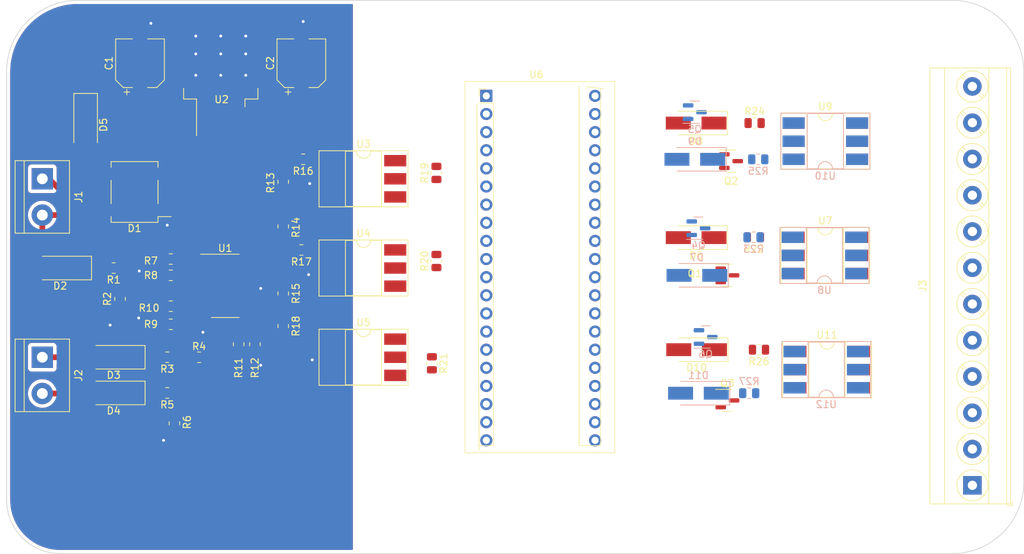
<source format=kicad_pcb>
(kicad_pcb (version 20211014) (generator pcbnew)
  (layers (0 "F.Cu" signal) (31 "B.Cu" signal) (34 "B.Paste" user) (35 "F.Paste" user) (36 "B.SilkS" user "B.Silkscreen") (37 "F.SilkS" user "F.Silkscreen") (38 "B.Mask" user) (39 "F.Mask" user) (44 "Edge.Cuts" user))
  (net 0 "")
  (net 1 "Net-(C1-Pad1)")
  (net 2 "GNDS")
  (net 3 "Net-(D1-Pad3)")
  (net 4 "PHASE_A")
  (net 5 "Net-(D2-Pad1)")
  (net 6 "PHASE_B")
  (net 7 "Net-(D3-Pad1)")
  (net 8 "NEUT")
  (net 9 "PHASE_C")
  (net 10 "Net-(D4-Pad1)")
  (net 11 "GATE_B1")
  (net 12 "Net-(D6-Pad1)")
  (net 13 "Net-(D7-Pad1)")
  (net 14 "Net-(D8-Pad1)")
  (net 15 "Net-(D9-Pad1)")
  (net 16 "GATE_B2")
  (net 17 "GATE_A1")
  (net 18 "Net-(D10-Pad1)")
  (net 19 "GATE_A2")
  (net 20 "GATE_C1")
  (net 21 "Net-(D11-Pad1)")
  (net 22 "GATE_C2")
  (net 23 "TRIAC_MODE")
  (net 24 "UNI_MODE")
  (net 25 "+3.3V")
  (net 26 "Net-(R1-Pad1)")
  (net 27 "Net-(R11-Pad1)")
  (net 28 "Net-(R3-Pad1)")
  (net 29 "Net-(R13-Pad1)")
  (net 30 "Net-(R14-Pad1)")
  (net 31 "Net-(R15-Pad1)")
  (net 32 "Net-(R5-Pad1)")
  (net 33 "GND")
  (net 34 "Net-(R7-Pad1)")
  (net 35 "VCC")
  (net 36 "Net-(R10-Pad2)")
  (net 39 "Net-(R16-Pad1)")
  (net 40 "Net-(R17-Pad1)")
  (net 41 "Net-(R18-Pad1)")
  (net 42 "ZCD_A")
  (net 43 "ZCD_B")
  (net 44 "ZCD_C")
  (net 45 "Net-(R22-Pad1)")
  (net 46 "Net-(R23-Pad1)")
  (net 47 "Net-(R24-Pad1)")
  (net 48 "Net-(R25-Pad1)")
  (net 49 "Net-(R26-Pad1)")
  (net 50 "Net-(R27-Pad1)")
  (net 85 "OUTB1_E")
  (net 86 "OUTB1_C")
  (net 89 "OUTB2_E")
  (net 90 "OUTB2_C")
  (net 93 "OUTA1_E")
  (net 94 "OUTA1_C")
  (net 97 "OUTA2_E")
  (net 98 "OUTA2_C")
  (net 101 "OUTC1_E")
  (net 102 "OUTC1_C")
  (net 105 "OUTC2_E")
  (net 106 "OUTC2_C")
  (footprint "Diode_SMD:D_SMA_Handsoldering" (layer "F.Cu") (at 169.164 91.44 180)
    (fp_text reference "D10")
    (fp_text value "1N4007")
  )
  (footprint "Package_DIP:DIP-6_W8.89mm_SMDSocket_LongPads" (layer "F.Cu") (at 122.5 67.5)
    (fp_text reference "U3")
    (fp_text value "4N35")
  )
  (footprint "Diode_SMD:D_SMA_Handsoldering" (layer "F.Cu") (at 169.1005 75.739904 180)
    (fp_text reference "D6")
    (fp_text value "1N4007")
  )
  (footprint "Resistor_SMD:R_0805_2012Metric" (layer "F.Cu") (at 113.792 77.47 180)
    (fp_text reference "R17")
    (fp_text value "2K2")
  )
  (footprint "Resistor_SMD:R_0805_2012Metric" (layer "F.Cu") (at 87.5 80 180)
    (fp_text reference "R1")
    (fp_text value "10K")
  )
  (footprint "Diode_SMD:D_SMA_Handsoldering" (layer "F.Cu") (at 169.1005 59.69 180)
    (fp_text reference "D8")
    (fp_text value "1N4007")
  )
  (footprint "Resistor_SMD:R_0805_2012Metric" (layer "F.Cu") (at 111.252 74.168 90)
    (fp_text reference "R14")
    (fp_text value "10K")
  )
  (footprint "Package_DIP:DIP-6_W8.89mm_SMDSocket_LongPads" (layer "F.Cu") (at 187.198 62.23)
    (fp_text reference "U9")
    (fp_text value "4N35")
  )
  (footprint "Package_SO:SOIC-14_3.9x8.7mm_P1.27mm" (layer "F.Cu") (at 103.124 82.5)
    (fp_text reference "U1")
    (fp_text value "LM339")
  )
  (footprint "Package_DIP:DIP-6_W8.89mm_SMDSocket_LongPads" (layer "F.Cu") (at 187.198 78.232)
    (fp_text reference "U7")
    (fp_text value "4N35")
  )
  (footprint "Resistor_SMD:R_0805_2012Metric" (layer "F.Cu") (at 114.046 64.77 180)
    (fp_text reference "R16")
    (fp_text value "2K2")
  )
  (footprint "Resistor_SMD:R_0805_2012Metric" (layer "F.Cu") (at 111.252 88.138 90)
    (fp_text reference "R18")
    (fp_text value "2K2")
  )
  (footprint "Package_DIP:DIP-6_W8.89mm_SMDSocket_LongPads" (layer "F.Cu") (at 122.5 92.5)
    (fp_text reference "U5")
    (fp_text value "4N35")
  )
  (footprint "Capacitor_SMD:CP_Elec_6.3x7.7" (layer "F.Cu") (at 91.186 51.308 90)
    (fp_text reference "C1")
    (fp_text value "100uF")
  )
  (footprint "Package_DIP:DIP-6_W8.89mm_SMDSocket_LongPads" (layer "F.Cu") (at 187.452 94.234)
    (fp_text reference "U11")
    (fp_text value "4N35")
  )
  (footprint "Resistor_SMD:R_0805_2012Metric" (layer "F.Cu") (at 95.504 78.74 180)
    (fp_text reference "R7")
    (fp_text value "100K")
  )
  (footprint "Resistor_SMD:R_0805_2012Metric" (layer "F.Cu") (at 95 97.5 180)
    (fp_text reference "R5")
    (fp_text value "10K")
  )
  (footprint "Diode_SMD:D_SMA_Handsoldering" (layer "F.Cu") (at 83.566 59.944 -90)
    (fp_text reference "D5")
    (fp_text value "1N4007")
  )
  (footprint "Resistor_SMD:R_0805_2012Metric" (layer "F.Cu") (at 111.252 83.566 90)
    (fp_text reference "R15")
    (fp_text value "10K")
  )
  (footprint "Resistor_SMD:R_0805_2012Metric" (layer "F.Cu") (at 96.012 101.7505 90)
    (fp_text reference "R6")
    (fp_text value "10K")
  )
  (footprint "Footprints:YAAJ_WeAct_BlackPill_2" (layer "F.Cu") (at 139.7 55.88)
    (fp_text reference "U6")
    (fp_text value "YAAJ_WeAct_BlackPill_Part_Like" hide)
  )
  (footprint "Package_TO_SOT_SMD:SOT-23" (layer "F.Cu") (at 173.482 98.552)
    (fp_text reference "Q3")
    (fp_text value "MMBT3904")
  )
  (footprint "Package_TO_SOT_SMD:SOT-23" (layer "F.Cu") (at 173.482 81.026)
    (fp_text reference "Q1")
    (fp_text value "MMBT3904")
  )
  (footprint "Diode_SMD:D_SMA_Handsoldering" (layer "F.Cu") (at 80 80 180)
    (fp_text reference "D2")
    (fp_text value "1N4007")
  )
  (footprint "Resistor_SMD:R_0805_2012Metric" (layer "F.Cu") (at 111.252 67.9215 -90)
    (fp_text reference "R13")
    (fp_text value "10K")
  )
  (footprint "Diode_SMD:Diode_Bridge_OnSemi_SDIP-4L" (layer "F.Cu") (at 90.424 69.342 180)
    (fp_text reference "D1")
    (fp_text value "DB106S")
  )
  (footprint "Resistor_SMD:R_0805_2012Metric" (layer "F.Cu") (at 99.4645 92.5068 180)
    (fp_text reference "R4")
    (fp_text value "10K")
  )
  (footprint "Resistor_SMD:R_0805_2012Metric" (layer "F.Cu") (at 95.504 81.026)
    (fp_text reference "R8")
    (fp_text value "10K")
  )
  (footprint "Resistor_SMD:R_0805_2012Metric" (layer "F.Cu") (at 95 92.5 180)
    (fp_text reference "R3")
    (fp_text value "10K")
  )
  (footprint "Resistor_SMD:R_0805_2012Metric" (layer "F.Cu") (at 95.504 87.884 180)
    (fp_text reference "R9")
    (fp_text value "100K")
  )
  (footprint "Package_DIP:DIP-6_W8.89mm_SMDSocket_LongPads" (layer "F.Cu") (at 122.5 80)
    (fp_text reference "U4")
    (fp_text value "4N35")
  )
  (footprint "Resistor_SMD:R_0805_2012Metric" (layer "F.Cu") (at 132.715 79.0175 90)
    (fp_text reference "R20")
    (fp_text value "10K")
  )
  (footprint "TerminalBlock:TerminalBlock_bornier-2_P5.08mm" (layer "F.Cu") (at 77.5 67.5 -90)
    (fp_text reference "J1")
    (fp_text value "IN1")
  )
  (footprint "Package_TO_SOT_SMD:SOT-23" (layer "F.Cu") (at 173.99 65.024)
    (fp_text reference "Q2")
    (fp_text value "MMBT3904")
  )
  (footprint "Package_TO_SOT_SMD:TO-263-2" (layer "F.Cu") (at 102.5 53.375 90)
    (fp_text reference "U2")
    (fp_text value "L7812")
  )
  (footprint "Resistor_SMD:R_0805_2012Metric" (layer "F.Cu") (at 177.292 59.69)
    (fp_text reference "R24")
    (fp_text value "2K2")
  )
  (footprint "Resistor_SMD:R_0805_2012Metric" (layer "F.Cu") (at 177.1885 75.692 180)
    (fp_text reference "R22")
    (fp_text value "2K2")
  )
  (footprint "Resistor_SMD:R_0805_2012Metric" (layer "F.Cu") (at 177.9035 91.44 180)
    (fp_text reference "R26")
    (fp_text value "2K2")
  )
  (footprint "Resistor_SMD:R_0805_2012Metric" (layer "F.Cu") (at 105.0036 90.678 -90)
    (fp_text reference "R11")
    (fp_text value "100K")
  )
  (footprint "Resistor_SMD:R_0805_2012Metric" (layer "F.Cu") (at 107.2896 90.678 90)
    (fp_text reference "R12")
    (fp_text value "10K")
  )
  (footprint "Capacitor_SMD:CP_Elec_6.3x7.7" (layer "F.Cu") (at 113.792 51.308 90)
    (fp_text reference "C2")
    (fp_text value "100uF")
  )
  (footprint "Diode_SMD:D_SMA_Handsoldering" (layer "F.Cu") (at 87.5 92.5 180)
    (fp_text reference "D3")
    (fp_text value "1N4007")
  )
  (footprint "TerminalBlock_Phoenix:TerminalBlock_Phoenix_MKDS-3-12-5.08_1x12_P5.08mm_Horizontal" (layer "F.Cu") (at 207.8 110.44 90)
    (fp_text reference "J3")
    (fp_text value "OUT")
  )
  (footprint "Resistor_SMD:R_0805_2012Metric" (layer "F.Cu") (at 95.504 85.344)
    (fp_text reference "R10")
    (fp_text value "10K")
  )
  (footprint "Resistor_SMD:R_0805_2012Metric" (layer "F.Cu") (at 88.392 84.328 90)
    (fp_text reference "R2")
    (fp_text value "10K")
  )
  (footprint "Diode_SMD:D_SMA_Handsoldering" (layer "F.Cu") (at 87.5 97.5 180)
    (fp_text reference "D4")
    (fp_text value "1N4007")
  )
  (footprint "Resistor_SMD:R_0805_2012Metric" (layer "F.Cu") (at 132.08 93.345 -90)
    (fp_text reference "R21")
    (fp_text value "10K")
  )
  (footprint "Resistor_SMD:R_0805_2012Metric" (layer "F.Cu") (at 132.715 66.675 90)
    (fp_text reference "R19")
    (fp_text value "10K")
  )
  (footprint "TerminalBlock:TerminalBlock_bornier-2_P5.08mm" (layer "F.Cu") (at 77.5 92.5 -90)
    (fp_text reference "J2")
    (fp_text value "IN2")
  )
  (footprint "Diode_SMD:D_SMA_Handsoldering" (layer "B.Cu") (at 169.418 97.536 180)
    (fp_text reference "D11")
    (fp_text value "1N4007")
  )
  (footprint "Package_DIP:DIP-6_W8.89mm_SMDSocket_LongPads" (layer "B.Cu") (at 187.325 94.234)
    (fp_text reference "U12")
    (fp_text value "4N35")
  )
  (footprint "Diode_SMD:D_SMA_Handsoldering" (layer "B.Cu") (at 168.91 64.77 180)
    (fp_text reference "D9")
    (fp_text value "1N4007")
  )
  (footprint "Package_DIP:DIP-6_W8.89mm_SMDSocket_LongPads" (layer "B.Cu") (at 187.198 62.23)
    (fp_text reference "U10")
    (fp_text value "4N35")
  )
  (footprint "Resistor_SMD:R_0805_2012Metric" (layer "B.Cu") (at 176.53 97.536 180)
    (fp_text reference "R27")
    (fp_text value "2K2")
  )
  (footprint "Package_TO_SOT_SMD:SOT-23" (layer "B.Cu") (at 169.418 74.422)
    (fp_text reference "Q4")
    (fp_text value "MMBT3904")
  )
  (footprint "Resistor_SMD:R_0805_2012Metric" (layer "B.Cu") (at 177.8 64.77)
    (fp_text reference "R25")
    (fp_text value "2K2")
  )
  (footprint "Package_TO_SOT_SMD:SOT-23" (layer "B.Cu") (at 168.91 58.166)
    (fp_text reference "Q5")
    (fp_text value "MMBT3904")
  )
  (footprint "Package_TO_SOT_SMD:SOT-23" (layer "B.Cu") (at 170.434 89.662)
    (fp_text reference "Q6")
    (fp_text value "MMBT3904")
  )
  (footprint "Package_DIP:DIP-6_W8.89mm_SMDSocket_LongPads" (layer "B.Cu") (at 187.071 78.232)
    (fp_text reference "U8")
    (fp_text value "4N35")
  )
  (footprint "Resistor_SMD:R_0805_2012Metric" (layer "B.Cu") (at 177.1415 75.692)
    (fp_text reference "R23")
    (fp_text value "2K2")
  )
  (footprint "Diode_SMD:D_SMA_Handsoldering" (layer "B.Cu") (at 169.204 81.026 180)
    (fp_text reference "D7")
    (fp_text value "1N4007")
  )
  (gr_arc (start 72.5 52.5) (mid 75.428932 45.428932) (end 82.5 42.5) (layer "Edge.Cuts") (width 0.1))
  (gr_line (start 72.5 52.5) (end 72.5 112.5) (layer "Edge.Cuts") (width 0.1))
  (gr_line (start 215 52.5) (end 215 110) (layer "Edge.Cuts") (width 0.1))
  (gr_arc (start 80 120) (mid 74.696699 117.803301) (end 72.5 112.5) (layer "Edge.Cuts") (width 0.1))
  (gr_arc (start 215 110) (mid 212.071068 117.071068) (end 205 120) (layer "Edge.Cuts") (width 0.1))
  (gr_line (start 82.5 42.5) (end 205 42.5) (layer "Edge.Cuts") (width 0.1))
  (gr_arc (start 205 42.5) (mid 212.071068 45.428932) (end 215 52.5) (layer "Edge.Cuts") (width 0.1))
  (gr_line (start 80 120) (end 205 120) (layer "Edge.Cuts") (width 0.1))
  (segment (start 96.328 59.15) (end 99.96 59.15) (width 0.4) (layer "F.Cu") (net 1))
  (segment (start 87.75 57.444) (end 91.186 54.008) (width 0.4) (layer "F.Cu") (net 1))
  (segment (start 91.186 54.008) (end 96.328 59.15) (width 0.4) (layer "F.Cu") (net 1))
  (segment (start 83.566 57.444) (end 87.75 57.444) (width 0.4) (layer "F.Cu") (net 1))
  (segment (start 94.874 73.874) (end 95 74) (width 0.4) (layer "F.Cu") (net 2))
  (segment (start 118.055 92.5) (end 115.6784 92.5) (width 0.4) (layer "F.Cu") (net 2))
  (segment (start 102.832 50) (end 105.156 52.324) (width 0.4) (layer "F.Cu") (net 2))
  (segment (start 94.874 71.892) (end 94.874 73.874) (width 0.4) (layer "F.Cu") (net 2))
  (segment (start 102.5 50) (end 102.832 50) (width 0.4) (layer "F.Cu") (net 2))
  (segment (start 96.012 102.663) (end 95.965 102.663) (width 0.4) (layer "F.Cu") (net 2))
  (segment (start 102.5 50) (end 102.5 53) (width 0.4) (layer "F.Cu") (net 2))
  (segment (start 107.2896 91.5905) (end 107.2896 92.8116) (width 0.4) (layer "F.Cu") (net 2))
  (segment (start 103.162 50) (end 102.5 50) (width 0.4) (layer "F.Cu") (net 2))
  (segment (start 118.055 67.5) (end 115.634 67.5) (width 0.4) (layer "F.Cu") (net 2))
  (segment (start 102.5 50) (end 99 50) (width 0.4) (layer "F.Cu") (net 2))
  (segment (start 100 47.5) (end 102.5 50) (width 0.4) (layer "F.Cu") (net 2))
  (segment (start 94.5915 85.344) (end 92.656 85.344) (width 0.4) (layer "F.Cu") (net 2))
  (segment (start 101.816 50) (end 100.076 48.26) (width 0.4) (layer "F.Cu") (net 2))
  (segment (start 91.186 48.608) (end 91.186 47.244) (width 0.4) (layer "F.Cu") (net 2))
  (segment (start 102.5 50) (end 102.5 47.5) (width 0.4) (layer "F.Cu") (net 2))
  (segment (start 103.5 50) (end 106 47.5) (width 0.4) (layer "F.Cu") (net 2))
  (segment (start 102.5 50) (end 105.5 53) (width 0.4) (layer "F.Cu") (net 2))
  (segment (start 95.965 102.663) (end 94.488 104.14) (width 0.4) (layer "F.Cu") (net 2))
  (segment (start 102.5 50) (end 102.4 50) (width 0.4) (layer "F.Cu") (net 2))
  (segment (start 99 47.5) (end 100 47.5) (width 0.4) (layer "F.Cu") (net 2))
  (segment (start 115.634 67.5) (end 114.9604 68.1736) (width 0.4) (layer "F.Cu") (net 2))
  (segment (start 100.377 89.377) (end 100 89) (width 0.4) (layer "F.Cu") (net 2))
  (segment (start 92.656 85.344) (end 91 87) (width 0.4) (layer "F.Cu") (net 2))
  (segment (start 102.5 50) (end 101.816 50) (width 0.4) (layer "F.Cu") (net 2))
  (segment (start 118.055 80) (end 115.7324 80) (width 0.4) (layer "F.Cu") (net 2))
  (segment (start 115.6784 92.5) (end 115.316 92.8624) (width 0.4) (layer "F.Cu") (net 2))
  (segment (start 106.4776 81.23) (end 108.1024 82.8548) (width 0.4) (layer "F.Cu") (net 2))
  (segment (start 102.5 50) (end 106 50) (width 0.4) (layer "F.Cu") (net 2))
  (segment (start 102.4 50) (end 100.076 52.324) (width 0.4) (layer "F.Cu") (net 2))
  (segment (start 91.186 47.244) (end 92.71 45.72) (width 0.4) (layer "F.Cu") (net 2))
  (segment (start 107.2896 92.8116) (end 108.1024 93.6244) (width 0.4) (layer "F.Cu") (net 2))
  (segment (start 105.5 53) (end 106 53) (width 0.4) (layer "F.Cu") (net 2))
  (segment (start 113.792 45.72) (end 114.046 45.466) (width 0.4) (layer "F.Cu") (net 2))
  (segment (start 113.792 48.608) (end 113.792 45.72) (width 0.4) (layer "F.Cu") (net 2))
  (segment (start 102.5 50) (end 99 53) (width 0.4) (layer "F.Cu") (net 2))
  (segment (start 88.392 86.608) (end 87 88) (width 0.4) (layer "F.Cu") (net 2))
  (segment (start 100.377 92.5068) (end 100.377 89.377) (width 0.4) (layer "F.Cu") (net 2))
  (segment (start 102.5 50) (end 103.5 50) (width 0.4) (layer "F.Cu") (net 2))
  (segment (start 105.599 81.23) (end 106.4776 81.23) (width 0.4) (layer "F.Cu") (net 2))
  (segment (start 105.182351 50.041575) (end 103.162 50) (width 0.4) (layer "F.Cu") (net 2))
  (segment (start 94.5915 81.026) (end 91.694 81.026) (width 0.4) (layer "F.Cu") (net 2))
  (segment (start 91.694 81.026) (end 91.0844 80.4164) (width 0.4) (layer "F.Cu") (net 2))
  (segment (start 115.7324 80) (end 114.808 80.9244) (width 0.4) (layer "F.Cu") (net 2))
  (segment (start 88.392 85.2405) (end 88.392 86.608) (width 0.4) (layer "F.Cu") (net 2))
  (via (at 99 50) (size 0.8) (drill 0.4) (layers "F.Cu" "B.Cu") (net 2))
  (via (at 108.1024 82.8548) (size 0.8) (drill 0.4) (layers "F.Cu" "B.Cu") (net 2))
  (via (at 102.5 50) (size 0.8) (drill 0.4) (layers "F.Cu" "B.Cu") (net 2))
  (via (at 87 88) (size 0.8) (drill 0.4) (layers "F.Cu" "B.Cu") (net 2))
  (via (at 95 74) (size 0.8) (drill 0.4) (layers "F.Cu" "B.Cu") (net 2))
  (via (at 91 87) (size 0.8) (drill 0.4) (layers "F.Cu" "B.Cu") (net 2))
  (via (at 106 50) (size 0.8) (drill 0.4) (layers "F.Cu" "B.Cu") (net 2))
  (via (at 94.488 104.14) (size 0.8) (drill 0.4) (layers "F.Cu" "B.Cu") (net 2))
  (via (at 102.5 47.5) (size 0.8) (drill 0.4) (layers "F.Cu" "B.Cu") (net 2))
  (via (at 106 53) (size 0.8) (drill 0.4) (layers "F.Cu" "B.Cu") (net 2))
  (via (at 99 53) (size 0.8) (drill 0.4) (layers "F.Cu" "B.Cu") (net 2))
  (via (at 114.808 80.9244) (size 0.8) (drill 0.4) (layers "F.Cu" "B.Cu") (net 2))
  (via (at 100 89) (size 0.8) (drill 0.4) (layers "F.Cu" "B.Cu") (net 2))
  (via (at 99 47.5) (size 0.8) (drill 0.4) (layers "F.Cu" "B.Cu") (net 2))
  (via (at 102.5 53) (size 0.8) (drill 0.4) (layers "F.Cu" "B.Cu") (net 2))
  (via (at 114.9604 68.1736) (size 0.8) (drill 0.4) (layers "F.Cu" "B.Cu") (net 2))
  (via (at 91.0844 80.4164) (size 0.8) (drill 0.4) (layers "F.Cu" "B.Cu") (net 2))
  (via (at 106 47.5) (size 0.8) (drill 0.4) (layers "F.Cu" "B.Cu") (net 2))
  (via (at 108.1024 93.6244) (size 0.8) (drill 0.4) (layers "F.Cu" "B.Cu") (net 2))
  (via (at 115.316 92.8624) (size 0.8) (drill 0.4) (layers "F.Cu" "B.Cu") (net 2))
  (via (at 114.046 45.466) (size 0.8) (drill 0.4) (layers "F.Cu" "B.Cu") (net 2))
  (via (at 92.71 45.72) (size 0.8) (drill 0.4) (layers "F.Cu" "B.Cu") (net 2))
  (segment (start 83.566 66.04) (end 83.566 62.444) (width 0.4) (layer "F.Cu") (net 3))
  (segment (start 85.974 66.792) (end 84.318 66.792) (width 0.4) (layer "F.Cu") (net 3))
  (segment (start 84.318 66.792) (end 83.566 66.04) (width 0.4) (layer "F.Cu") (net 3))
  (segment (start 90.678 67.818) (end 91.704 66.792) (width 0.8) (layer "F.Cu") (net 4))
  (segment (start 79.946 72.58) (end 83.566 76.2) (width 0.8) (layer "F.Cu") (net 4))
  (segment (start 77.5 72.58) (end 79.946 72.58) (width 0.8) (layer "F.Cu") (net 4))
  (segment (start 90.678 73.152) (end 90.678 67.818) (width 0.8) (layer "F.Cu") (net 4))
  (segment (start 77.5 72.58) (end 77.5 80) (width 0.8) (layer "F.Cu") (net 4))
  (segment (start 87.63 76.2) (end 90.678 73.152) (width 0.8) (layer "F.Cu") (net 4))
  (segment (start 83.566 76.2) (end 87.63 76.2) (width 0.8) (layer "F.Cu") (net 4))
  (segment (start 91.704 66.792) (end 94.874 66.792) (width 0.8) (layer "F.Cu") (net 4))
  (segment (start 82.5 80) (end 86.5875 80) (width 0.8) (layer "F.Cu") (net 5))
  (segment (start 77.5 92.5) (end 85 92.5) (width 0.8) (layer "F.Cu") (net 6))
  (segment (start 90 92.5) (end 94.0875 92.5) (width 0.8) (layer "F.Cu") (net 7))
  (segment (start 77.5 67.5) (end 78.422 67.5) (width 0.8) (layer "F.Cu") (net 8))
  (segment (start 82.814 71.892) (end 85.974 71.892) (width 0.8) (layer "F.Cu") (net 8))
  (segment (start 78.422 67.5) (end 82.814 71.892) (width 0.8) (layer "F.Cu") (net 8))
  (segment (start 77.5 97.58) (end 84.92 97.58) (width 0.8) (layer "F.Cu") (net 9))
  (segment (start 84.92 97.58) (end 85 97.5) (width 0.8) (layer "F.Cu") (net 9))
  (segment (start 90 97.5) (end 94.0875 97.5) (width 0.8) (layer "F.Cu") (net 10))
  (segment (start 100.2945 83.4155) (end 100.649 83.77) (width 0.4) (layer "F.Cu") (net 26))
  (segment (start 88.4125 80) (end 88.4125 83.395) (width 0.4) (layer "F.Cu") (net 26))
  (segment (start 88.4125 83.395) (end 88.392 83.4155) (width 0.4) (layer "F.Cu") (net 26))
  (segment (start 88.392 83.4155) (end 100.2945 83.4155) (width 0.4) (layer "F.Cu") (net 26))
  (segment (start 107.2896 89.7655) (end 105.0036 89.7655) (width 0.4) (layer "F.Cu") (net 27))
  (segment (start 105.599 83.77) (end 107.1888 83.77) (width 0.4) (layer "F.Cu") (net 27))
  (segment (start 107.95 89.1051) (end 107.2896 89.7655) (width 0.4) (layer "F.Cu") (net 27))
  (segment (start 107.1888 83.77) (end 107.95 84.5312) (width 0.4) (layer "F.Cu") (net 27))
  (segment (start 107.95 84.5312) (end 107.95 89.1051) (width 0.4) (layer "F.Cu") (net 27))
  (segment (start 98.552 92.5068) (end 98.552 86.7156) (width 0.4) (layer "F.Cu") (net 28))
  (segment (start 100.6482 86.3092) (end 100.649 86.31) (width 0.4) (layer "F.Cu") (net 28))
  (segment (start 98.552 86.7156) (end 98.9584 86.3092) (width 0.4) (layer "F.Cu") (net 28))
  (segment (start 95.9125 92.5) (end 98.5452 92.5) (width 0.4) (layer "F.Cu") (net 28))
  (segment (start 98.5452 92.5) (end 98.552 92.5068) (width 0.4) (layer "F.Cu") (net 28))
  (segment (start 98.9584 86.3092) (end 100.6482 86.3092) (width 0.4) (layer "F.Cu") (net 28))
  (segment (start 98.044 79.248) (end 98.044 70.8152) (width 0.4) (layer "F.Cu") (net 29))
  (segment (start 100.649 79.96) (end 98.756 79.96) (width 0.4) (layer "F.Cu") (net 29))
  (segment (start 111.252 67.009) (end 111.3028 66.9582) (width 0.4) (layer "F.Cu") (net 29))
  (segment (start 111.9124 64.77) (end 113.1335 64.77) (width 0.4) (layer "F.Cu") (net 29))
  (segment (start 111.3028 65.3796) (end 111.9124 64.77) (width 0.4) (layer "F.Cu") (net 29))
  (segment (start 98.044 70.8152) (end 101.8502 67.009) (width 0.4) (layer "F.Cu") (net 29))
  (segment (start 111.3028 66.9582) (end 111.3028 65.3796) (width 0.4) (layer "F.Cu") (net 29))
  (segment (start 98.756 79.96) (end 98.044 79.248) (width 0.4) (layer "F.Cu") (net 29))
  (segment (start 101.8502 67.009) (end 111.252 67.009) (width 0.4) (layer "F.Cu") (net 29))
  (segment (start 111.252 75.8425) (end 112.8795 77.47) (width 0.4) (layer "F.Cu") (net 30))
  (segment (start 107.315 73.66) (end 102.235 73.66) (width 0.4) (layer "F.Cu") (net 30))
  (segment (start 111.252 75.0805) (end 108.7355 75.0805) (width 0.4) (layer "F.Cu") (net 30))
  (segment (start 108.7355 75.0805) (end 107.315 73.66) (width 0.4) (layer "F.Cu") (net 30))
  (segment (start 102.235 73.66) (end 100.649 75.246) (width 0.4) (layer "F.Cu") (net 30))
  (segment (start 100.649 75.246) (end 100.649 78.69) (width 0.4) (layer "F.Cu") (net 30))
  (segment (start 111.252 75.0805) (end 111.252 75.8425) (width 0.4) (layer "F.Cu") (net 30))
  (segment (start 111.252 87.2255) (end 111.252 84.4785) (width 0.4) (layer "F.Cu") (net 31))
  (segment (start 106.7335 79.96) (end 105.599 79.96) (width 0.4) (layer "F.Cu") (net 31))
  (segment (start 111.252 84.4785) (end 106.7335 79.96) (width 0.4) (layer "F.Cu") (net 31))
  (segment (start 95.9125 100.7385) (end 96.012 100.838) (width 0.4) (layer "F.Cu") (net 32))
  (segment (start 95.9125 97.5) (end 95.9125 100.7385) (width 0.4) (layer "F.Cu") (net 32))
  (segment (start 102.2096 94.4372) (end 102.2096 88.5952) (width 0.4) (layer "F.Cu") (net 32))
  (segment (start 102.9208 83.2104) (end 103.6312 82.5) (width 0.4) (layer "F.Cu") (net 32))
  (segment (start 97.015539 97.5) (end 99.265539 95.25) (width 0.4) (layer "F.Cu") (net 32))
  (segment (start 102.2096 88.5952) (end 102.9208 87.884) (width 0.4) (layer "F.Cu") (net 32))
  (segment (start 103.6312 82.5) (end 105.599 82.5) (width 0.4) (layer "F.Cu") (net 32))
  (segment (start 102.9208 87.884) (end 102.9208 83.2104) (width 0.4) (layer "F.Cu") (net 32))
  (segment (start 99.265539 95.25) (end 101.3968 95.25) (width 0.4) (layer "F.Cu") (net 32))
  (segment (start 95.9125 97.5) (end 97.015539 97.5) (width 0.4) (layer "F.Cu") (net 32))
  (segment (start 101.3968 95.25) (end 102.2096 94.4372) (width 0.4) (layer "F.Cu") (net 32))
  (segment (start 100.649 82.5) (end 97.8905 82.5) (width 0.4) (layer "F.Cu") (net 34))
  (segment (start 97.8905 82.5) (end 96.4165 81.026) (width 0.4) (layer "F.Cu") (net 34))
  (segment (start 96.4165 81.026) (end 96.4165 78.74) (width 0.4) (layer "F.Cu") (net 34))
  (segment (start 108.65 59.15) (end 113.792 54.008) (width 0.4) (layer "F.Cu") (net 35))
  (segment (start 105.04 59.15) (end 108.65 59.15) (width 0.4) (layer "F.Cu") (net 35))
  (segment (start 96.7205 85.04) (end 96.4165 85.344) (width 0.4) (layer "F.Cu") (net 36))
  (segment (start 100.649 85.04) (end 96.7205 85.04) (width 0.4) (layer "F.Cu") (net 36))
  (segment (start 96.4165 87.884) (end 96.4165 85.344) (width 0.4) (layer "F.Cu") (net 36))
  (segment (start 117.865 64.77) (end 118.055 64.96) (width 0.4) (layer "F.Cu") (net 39))
  (segment (start 114.9585 64.77) (end 117.865 64.77) (width 0.4) (layer "F.Cu") (net 39))
  (segment (start 118.045 77.47) (end 118.055 77.46) (width 0.4) (layer "F.Cu") (net 40))
  (segment (start 114.7045 77.47) (end 118.045 77.47) (width 0.4) (layer "F.Cu") (net 40))
  (segment (start 118.055 89.96) (end 112.1615 89.96) (width 0.4) (layer "F.Cu") (net 41))
  (segment (start 112.1615 89.96) (end 111.252 89.0505) (width 0.4) (layer "F.Cu") (net 41))
  (zone (net 35) (net_name "VCC") (layer "F.Cu") (connect_pads (clearance 0.508)) (min_thickness 0.254) (fill yes (thermal_gap 0.508) (thermal_bridge_width 0.508))
    (polygon (pts (xy 121 120) (xy 72.5 120) (xy 72.5 42.5) (xy 121 42.5)))
  )
  (zone (net 2) (net_name "GNDS") (layer "B.Cu") (connect_pads (clearance 0.508)) (min_thickness 0.254) (fill yes (thermal_gap 0.508) (thermal_bridge_width 0.508))
    (polygon (pts (xy 121 120) (xy 72.5 120) (xy 72.5 42.5) (xy 121 42.5)))
  )
)
</source>
